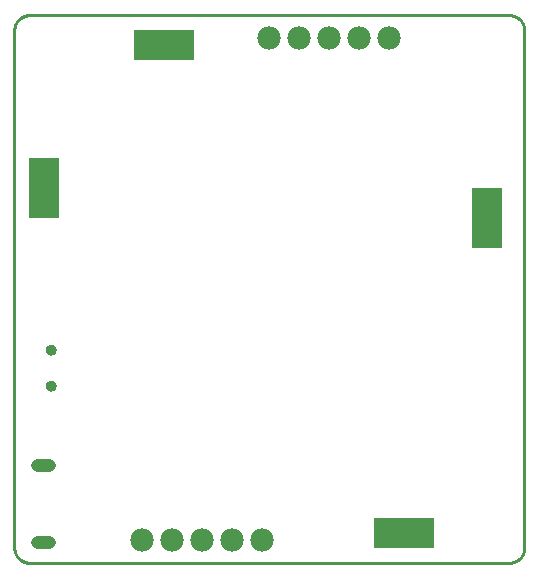
<source format=gbs>
G75*
%MOIN*%
%OFA0B0*%
%FSLAX25Y25*%
%IPPOS*%
%LPD*%
%AMOC8*
5,1,8,0,0,1.08239X$1,22.5*
%
%ADD10C,0.01000*%
%ADD11R,0.20400X0.10400*%
%ADD12R,0.10400X0.20400*%
%ADD13C,0.07800*%
%ADD14C,0.00000*%
%ADD15C,0.03600*%
%ADD16C,0.04400*%
D10*
X0008000Y0006500D02*
X0008000Y0179000D01*
X0008002Y0179140D01*
X0008008Y0179280D01*
X0008018Y0179420D01*
X0008031Y0179560D01*
X0008049Y0179699D01*
X0008071Y0179838D01*
X0008096Y0179975D01*
X0008125Y0180113D01*
X0008158Y0180249D01*
X0008195Y0180384D01*
X0008236Y0180518D01*
X0008281Y0180651D01*
X0008329Y0180783D01*
X0008381Y0180913D01*
X0008436Y0181042D01*
X0008495Y0181169D01*
X0008558Y0181295D01*
X0008624Y0181419D01*
X0008693Y0181540D01*
X0008766Y0181660D01*
X0008843Y0181778D01*
X0008922Y0181893D01*
X0009005Y0182007D01*
X0009091Y0182117D01*
X0009180Y0182226D01*
X0009272Y0182332D01*
X0009367Y0182435D01*
X0009464Y0182536D01*
X0009565Y0182633D01*
X0009668Y0182728D01*
X0009774Y0182820D01*
X0009883Y0182909D01*
X0009993Y0182995D01*
X0010107Y0183078D01*
X0010222Y0183157D01*
X0010340Y0183234D01*
X0010460Y0183307D01*
X0010581Y0183376D01*
X0010705Y0183442D01*
X0010831Y0183505D01*
X0010958Y0183564D01*
X0011087Y0183619D01*
X0011217Y0183671D01*
X0011349Y0183719D01*
X0011482Y0183764D01*
X0011616Y0183805D01*
X0011751Y0183842D01*
X0011887Y0183875D01*
X0012025Y0183904D01*
X0012162Y0183929D01*
X0012301Y0183951D01*
X0012440Y0183969D01*
X0012580Y0183982D01*
X0012720Y0183992D01*
X0012860Y0183998D01*
X0013000Y0184000D01*
X0173000Y0184000D01*
X0173140Y0183998D01*
X0173280Y0183992D01*
X0173420Y0183982D01*
X0173560Y0183969D01*
X0173699Y0183951D01*
X0173838Y0183929D01*
X0173975Y0183904D01*
X0174113Y0183875D01*
X0174249Y0183842D01*
X0174384Y0183805D01*
X0174518Y0183764D01*
X0174651Y0183719D01*
X0174783Y0183671D01*
X0174913Y0183619D01*
X0175042Y0183564D01*
X0175169Y0183505D01*
X0175295Y0183442D01*
X0175419Y0183376D01*
X0175540Y0183307D01*
X0175660Y0183234D01*
X0175778Y0183157D01*
X0175893Y0183078D01*
X0176007Y0182995D01*
X0176117Y0182909D01*
X0176226Y0182820D01*
X0176332Y0182728D01*
X0176435Y0182633D01*
X0176536Y0182536D01*
X0176633Y0182435D01*
X0176728Y0182332D01*
X0176820Y0182226D01*
X0176909Y0182117D01*
X0176995Y0182007D01*
X0177078Y0181893D01*
X0177157Y0181778D01*
X0177234Y0181660D01*
X0177307Y0181540D01*
X0177376Y0181419D01*
X0177442Y0181295D01*
X0177505Y0181169D01*
X0177564Y0181042D01*
X0177619Y0180913D01*
X0177671Y0180783D01*
X0177719Y0180651D01*
X0177764Y0180518D01*
X0177805Y0180384D01*
X0177842Y0180249D01*
X0177875Y0180113D01*
X0177904Y0179975D01*
X0177929Y0179838D01*
X0177951Y0179699D01*
X0177969Y0179560D01*
X0177982Y0179420D01*
X0177992Y0179280D01*
X0177998Y0179140D01*
X0178000Y0179000D01*
X0178000Y0006500D01*
X0177998Y0006360D01*
X0177992Y0006220D01*
X0177982Y0006080D01*
X0177969Y0005940D01*
X0177951Y0005801D01*
X0177929Y0005662D01*
X0177904Y0005525D01*
X0177875Y0005387D01*
X0177842Y0005251D01*
X0177805Y0005116D01*
X0177764Y0004982D01*
X0177719Y0004849D01*
X0177671Y0004717D01*
X0177619Y0004587D01*
X0177564Y0004458D01*
X0177505Y0004331D01*
X0177442Y0004205D01*
X0177376Y0004081D01*
X0177307Y0003960D01*
X0177234Y0003840D01*
X0177157Y0003722D01*
X0177078Y0003607D01*
X0176995Y0003493D01*
X0176909Y0003383D01*
X0176820Y0003274D01*
X0176728Y0003168D01*
X0176633Y0003065D01*
X0176536Y0002964D01*
X0176435Y0002867D01*
X0176332Y0002772D01*
X0176226Y0002680D01*
X0176117Y0002591D01*
X0176007Y0002505D01*
X0175893Y0002422D01*
X0175778Y0002343D01*
X0175660Y0002266D01*
X0175540Y0002193D01*
X0175419Y0002124D01*
X0175295Y0002058D01*
X0175169Y0001995D01*
X0175042Y0001936D01*
X0174913Y0001881D01*
X0174783Y0001829D01*
X0174651Y0001781D01*
X0174518Y0001736D01*
X0174384Y0001695D01*
X0174249Y0001658D01*
X0174113Y0001625D01*
X0173975Y0001596D01*
X0173838Y0001571D01*
X0173699Y0001549D01*
X0173560Y0001531D01*
X0173420Y0001518D01*
X0173280Y0001508D01*
X0173140Y0001502D01*
X0173000Y0001500D01*
X0013000Y0001500D01*
X0012860Y0001502D01*
X0012720Y0001508D01*
X0012580Y0001518D01*
X0012440Y0001531D01*
X0012301Y0001549D01*
X0012162Y0001571D01*
X0012025Y0001596D01*
X0011887Y0001625D01*
X0011751Y0001658D01*
X0011616Y0001695D01*
X0011482Y0001736D01*
X0011349Y0001781D01*
X0011217Y0001829D01*
X0011087Y0001881D01*
X0010958Y0001936D01*
X0010831Y0001995D01*
X0010705Y0002058D01*
X0010581Y0002124D01*
X0010460Y0002193D01*
X0010340Y0002266D01*
X0010222Y0002343D01*
X0010107Y0002422D01*
X0009993Y0002505D01*
X0009883Y0002591D01*
X0009774Y0002680D01*
X0009668Y0002772D01*
X0009565Y0002867D01*
X0009464Y0002964D01*
X0009367Y0003065D01*
X0009272Y0003168D01*
X0009180Y0003274D01*
X0009091Y0003383D01*
X0009005Y0003493D01*
X0008922Y0003607D01*
X0008843Y0003722D01*
X0008766Y0003840D01*
X0008693Y0003960D01*
X0008624Y0004081D01*
X0008558Y0004205D01*
X0008495Y0004331D01*
X0008436Y0004458D01*
X0008381Y0004587D01*
X0008329Y0004717D01*
X0008281Y0004849D01*
X0008236Y0004982D01*
X0008195Y0005116D01*
X0008158Y0005251D01*
X0008125Y0005387D01*
X0008096Y0005525D01*
X0008071Y0005662D01*
X0008049Y0005801D01*
X0008031Y0005940D01*
X0008018Y0006080D01*
X0008008Y0006220D01*
X0008002Y0006360D01*
X0008000Y0006500D01*
D11*
X0138000Y0011500D03*
X0058000Y0174000D03*
D12*
X0018000Y0126500D03*
X0165500Y0116500D03*
D13*
X0133000Y0176500D03*
X0123000Y0176500D03*
X0113000Y0176500D03*
X0103000Y0176500D03*
X0093000Y0176500D03*
X0090500Y0009000D03*
X0080500Y0009000D03*
X0070500Y0009000D03*
X0060500Y0009000D03*
X0050500Y0009000D03*
D14*
X0018526Y0060500D02*
X0018528Y0060580D01*
X0018534Y0060659D01*
X0018544Y0060738D01*
X0018558Y0060817D01*
X0018575Y0060895D01*
X0018597Y0060972D01*
X0018622Y0061047D01*
X0018652Y0061121D01*
X0018684Y0061194D01*
X0018721Y0061265D01*
X0018761Y0061334D01*
X0018804Y0061401D01*
X0018851Y0061466D01*
X0018900Y0061528D01*
X0018953Y0061588D01*
X0019009Y0061645D01*
X0019067Y0061700D01*
X0019128Y0061751D01*
X0019192Y0061799D01*
X0019258Y0061844D01*
X0019326Y0061886D01*
X0019396Y0061924D01*
X0019468Y0061958D01*
X0019541Y0061989D01*
X0019616Y0062017D01*
X0019693Y0062040D01*
X0019770Y0062060D01*
X0019848Y0062076D01*
X0019927Y0062088D01*
X0020006Y0062096D01*
X0020086Y0062100D01*
X0020166Y0062100D01*
X0020246Y0062096D01*
X0020325Y0062088D01*
X0020404Y0062076D01*
X0020482Y0062060D01*
X0020559Y0062040D01*
X0020636Y0062017D01*
X0020711Y0061989D01*
X0020784Y0061958D01*
X0020856Y0061924D01*
X0020926Y0061886D01*
X0020994Y0061844D01*
X0021060Y0061799D01*
X0021124Y0061751D01*
X0021185Y0061700D01*
X0021243Y0061645D01*
X0021299Y0061588D01*
X0021352Y0061528D01*
X0021401Y0061466D01*
X0021448Y0061401D01*
X0021491Y0061334D01*
X0021531Y0061265D01*
X0021568Y0061194D01*
X0021600Y0061121D01*
X0021630Y0061047D01*
X0021655Y0060972D01*
X0021677Y0060895D01*
X0021694Y0060817D01*
X0021708Y0060738D01*
X0021718Y0060659D01*
X0021724Y0060580D01*
X0021726Y0060500D01*
X0021724Y0060420D01*
X0021718Y0060341D01*
X0021708Y0060262D01*
X0021694Y0060183D01*
X0021677Y0060105D01*
X0021655Y0060028D01*
X0021630Y0059953D01*
X0021600Y0059879D01*
X0021568Y0059806D01*
X0021531Y0059735D01*
X0021491Y0059666D01*
X0021448Y0059599D01*
X0021401Y0059534D01*
X0021352Y0059472D01*
X0021299Y0059412D01*
X0021243Y0059355D01*
X0021185Y0059300D01*
X0021124Y0059249D01*
X0021060Y0059201D01*
X0020994Y0059156D01*
X0020926Y0059114D01*
X0020856Y0059076D01*
X0020784Y0059042D01*
X0020711Y0059011D01*
X0020636Y0058983D01*
X0020559Y0058960D01*
X0020482Y0058940D01*
X0020404Y0058924D01*
X0020325Y0058912D01*
X0020246Y0058904D01*
X0020166Y0058900D01*
X0020086Y0058900D01*
X0020006Y0058904D01*
X0019927Y0058912D01*
X0019848Y0058924D01*
X0019770Y0058940D01*
X0019693Y0058960D01*
X0019616Y0058983D01*
X0019541Y0059011D01*
X0019468Y0059042D01*
X0019396Y0059076D01*
X0019326Y0059114D01*
X0019258Y0059156D01*
X0019192Y0059201D01*
X0019128Y0059249D01*
X0019067Y0059300D01*
X0019009Y0059355D01*
X0018953Y0059412D01*
X0018900Y0059472D01*
X0018851Y0059534D01*
X0018804Y0059599D01*
X0018761Y0059666D01*
X0018721Y0059735D01*
X0018684Y0059806D01*
X0018652Y0059879D01*
X0018622Y0059953D01*
X0018597Y0060028D01*
X0018575Y0060105D01*
X0018558Y0060183D01*
X0018544Y0060262D01*
X0018534Y0060341D01*
X0018528Y0060420D01*
X0018526Y0060500D01*
X0018526Y0072500D02*
X0018528Y0072580D01*
X0018534Y0072659D01*
X0018544Y0072738D01*
X0018558Y0072817D01*
X0018575Y0072895D01*
X0018597Y0072972D01*
X0018622Y0073047D01*
X0018652Y0073121D01*
X0018684Y0073194D01*
X0018721Y0073265D01*
X0018761Y0073334D01*
X0018804Y0073401D01*
X0018851Y0073466D01*
X0018900Y0073528D01*
X0018953Y0073588D01*
X0019009Y0073645D01*
X0019067Y0073700D01*
X0019128Y0073751D01*
X0019192Y0073799D01*
X0019258Y0073844D01*
X0019326Y0073886D01*
X0019396Y0073924D01*
X0019468Y0073958D01*
X0019541Y0073989D01*
X0019616Y0074017D01*
X0019693Y0074040D01*
X0019770Y0074060D01*
X0019848Y0074076D01*
X0019927Y0074088D01*
X0020006Y0074096D01*
X0020086Y0074100D01*
X0020166Y0074100D01*
X0020246Y0074096D01*
X0020325Y0074088D01*
X0020404Y0074076D01*
X0020482Y0074060D01*
X0020559Y0074040D01*
X0020636Y0074017D01*
X0020711Y0073989D01*
X0020784Y0073958D01*
X0020856Y0073924D01*
X0020926Y0073886D01*
X0020994Y0073844D01*
X0021060Y0073799D01*
X0021124Y0073751D01*
X0021185Y0073700D01*
X0021243Y0073645D01*
X0021299Y0073588D01*
X0021352Y0073528D01*
X0021401Y0073466D01*
X0021448Y0073401D01*
X0021491Y0073334D01*
X0021531Y0073265D01*
X0021568Y0073194D01*
X0021600Y0073121D01*
X0021630Y0073047D01*
X0021655Y0072972D01*
X0021677Y0072895D01*
X0021694Y0072817D01*
X0021708Y0072738D01*
X0021718Y0072659D01*
X0021724Y0072580D01*
X0021726Y0072500D01*
X0021724Y0072420D01*
X0021718Y0072341D01*
X0021708Y0072262D01*
X0021694Y0072183D01*
X0021677Y0072105D01*
X0021655Y0072028D01*
X0021630Y0071953D01*
X0021600Y0071879D01*
X0021568Y0071806D01*
X0021531Y0071735D01*
X0021491Y0071666D01*
X0021448Y0071599D01*
X0021401Y0071534D01*
X0021352Y0071472D01*
X0021299Y0071412D01*
X0021243Y0071355D01*
X0021185Y0071300D01*
X0021124Y0071249D01*
X0021060Y0071201D01*
X0020994Y0071156D01*
X0020926Y0071114D01*
X0020856Y0071076D01*
X0020784Y0071042D01*
X0020711Y0071011D01*
X0020636Y0070983D01*
X0020559Y0070960D01*
X0020482Y0070940D01*
X0020404Y0070924D01*
X0020325Y0070912D01*
X0020246Y0070904D01*
X0020166Y0070900D01*
X0020086Y0070900D01*
X0020006Y0070904D01*
X0019927Y0070912D01*
X0019848Y0070924D01*
X0019770Y0070940D01*
X0019693Y0070960D01*
X0019616Y0070983D01*
X0019541Y0071011D01*
X0019468Y0071042D01*
X0019396Y0071076D01*
X0019326Y0071114D01*
X0019258Y0071156D01*
X0019192Y0071201D01*
X0019128Y0071249D01*
X0019067Y0071300D01*
X0019009Y0071355D01*
X0018953Y0071412D01*
X0018900Y0071472D01*
X0018851Y0071534D01*
X0018804Y0071599D01*
X0018761Y0071666D01*
X0018721Y0071735D01*
X0018684Y0071806D01*
X0018652Y0071879D01*
X0018622Y0071953D01*
X0018597Y0072028D01*
X0018575Y0072105D01*
X0018558Y0072183D01*
X0018544Y0072262D01*
X0018534Y0072341D01*
X0018528Y0072420D01*
X0018526Y0072500D01*
D15*
X0020126Y0072500D03*
X0020126Y0060500D03*
D16*
X0019469Y0034242D02*
X0015469Y0034242D01*
X0015469Y0008258D02*
X0019469Y0008258D01*
M02*

</source>
